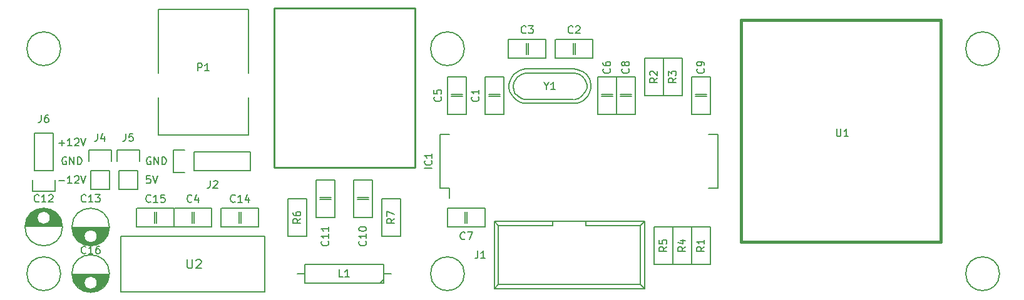
<source format=gto>
G04 #@! TF.FileFunction,Legend,Top*
%FSLAX46Y46*%
G04 Gerber Fmt 4.6, Leading zero omitted, Abs format (unit mm)*
G04 Created by KiCad (PCBNEW 4.0.1-stable) date 2016 February 17, Wednesday 21:26:15*
%MOMM*%
G01*
G04 APERTURE LIST*
%ADD10C,0.100000*%
%ADD11C,0.150000*%
%ADD12C,0.406400*%
%ADD13C,0.254000*%
%ADD14C,0.162560*%
G04 APERTURE END LIST*
D10*
D11*
X82058095Y-92781429D02*
X82820000Y-92781429D01*
X82439048Y-93162381D02*
X82439048Y-92400476D01*
X83820000Y-93162381D02*
X83248571Y-93162381D01*
X83534285Y-93162381D02*
X83534285Y-92162381D01*
X83439047Y-92305238D01*
X83343809Y-92400476D01*
X83248571Y-92448095D01*
X84200952Y-92257619D02*
X84248571Y-92210000D01*
X84343809Y-92162381D01*
X84581905Y-92162381D01*
X84677143Y-92210000D01*
X84724762Y-92257619D01*
X84772381Y-92352857D01*
X84772381Y-92448095D01*
X84724762Y-92590952D01*
X84153333Y-93162381D01*
X84772381Y-93162381D01*
X85058095Y-92162381D02*
X85391428Y-93162381D01*
X85724762Y-92162381D01*
X82058095Y-97861429D02*
X82820000Y-97861429D01*
X83820000Y-98242381D02*
X83248571Y-98242381D01*
X83534285Y-98242381D02*
X83534285Y-97242381D01*
X83439047Y-97385238D01*
X83343809Y-97480476D01*
X83248571Y-97528095D01*
X84200952Y-97337619D02*
X84248571Y-97290000D01*
X84343809Y-97242381D01*
X84581905Y-97242381D01*
X84677143Y-97290000D01*
X84724762Y-97337619D01*
X84772381Y-97432857D01*
X84772381Y-97528095D01*
X84724762Y-97670952D01*
X84153333Y-98242381D01*
X84772381Y-98242381D01*
X85058095Y-97242381D02*
X85391428Y-98242381D01*
X85724762Y-97242381D01*
X83058096Y-94750000D02*
X82962858Y-94702381D01*
X82820001Y-94702381D01*
X82677143Y-94750000D01*
X82581905Y-94845238D01*
X82534286Y-94940476D01*
X82486667Y-95130952D01*
X82486667Y-95273810D01*
X82534286Y-95464286D01*
X82581905Y-95559524D01*
X82677143Y-95654762D01*
X82820001Y-95702381D01*
X82915239Y-95702381D01*
X83058096Y-95654762D01*
X83105715Y-95607143D01*
X83105715Y-95273810D01*
X82915239Y-95273810D01*
X83534286Y-95702381D02*
X83534286Y-94702381D01*
X84105715Y-95702381D01*
X84105715Y-94702381D01*
X84581905Y-95702381D02*
X84581905Y-94702381D01*
X84820000Y-94702381D01*
X84962858Y-94750000D01*
X85058096Y-94845238D01*
X85105715Y-94940476D01*
X85153334Y-95130952D01*
X85153334Y-95273810D01*
X85105715Y-95464286D01*
X85058096Y-95559524D01*
X84962858Y-95654762D01*
X84820000Y-95702381D01*
X84581905Y-95702381D01*
X94424524Y-97242381D02*
X93948333Y-97242381D01*
X93900714Y-97718571D01*
X93948333Y-97670952D01*
X94043571Y-97623333D01*
X94281667Y-97623333D01*
X94376905Y-97670952D01*
X94424524Y-97718571D01*
X94472143Y-97813810D01*
X94472143Y-98051905D01*
X94424524Y-98147143D01*
X94376905Y-98194762D01*
X94281667Y-98242381D01*
X94043571Y-98242381D01*
X93948333Y-98194762D01*
X93900714Y-98147143D01*
X94757857Y-97242381D02*
X95091190Y-98242381D01*
X95424524Y-97242381D01*
X94488096Y-94750000D02*
X94392858Y-94702381D01*
X94250001Y-94702381D01*
X94107143Y-94750000D01*
X94011905Y-94845238D01*
X93964286Y-94940476D01*
X93916667Y-95130952D01*
X93916667Y-95273810D01*
X93964286Y-95464286D01*
X94011905Y-95559524D01*
X94107143Y-95654762D01*
X94250001Y-95702381D01*
X94345239Y-95702381D01*
X94488096Y-95654762D01*
X94535715Y-95607143D01*
X94535715Y-95273810D01*
X94345239Y-95273810D01*
X94964286Y-95702381D02*
X94964286Y-94702381D01*
X95535715Y-95702381D01*
X95535715Y-94702381D01*
X96011905Y-95702381D02*
X96011905Y-94702381D01*
X96250000Y-94702381D01*
X96392858Y-94750000D01*
X96488096Y-94845238D01*
X96535715Y-94940476D01*
X96583334Y-95130952D01*
X96583334Y-95273810D01*
X96535715Y-95464286D01*
X96488096Y-95559524D01*
X96392858Y-95654762D01*
X96250000Y-95702381D01*
X96011905Y-95702381D01*
X161290000Y-112500000D02*
X140970000Y-112500000D01*
X160750000Y-111950000D02*
X141530000Y-111950000D01*
X161290000Y-103400000D02*
X140970000Y-103400000D01*
X160750000Y-103950000D02*
X153380000Y-103950000D01*
X148880000Y-103950000D02*
X141530000Y-103950000D01*
X153380000Y-103950000D02*
X153380000Y-103400000D01*
X148880000Y-103950000D02*
X148880000Y-103400000D01*
X161290000Y-112500000D02*
X161290000Y-103400000D01*
X160750000Y-111950000D02*
X160750000Y-103950000D01*
X140970000Y-112500000D02*
X140970000Y-103400000D01*
X141530000Y-111950000D02*
X141530000Y-103950000D01*
X161290000Y-112500000D02*
X160750000Y-111950000D01*
X140970000Y-112500000D02*
X141530000Y-111950000D01*
X161290000Y-103400000D02*
X160750000Y-103950000D01*
X140970000Y-103400000D02*
X141530000Y-103950000D01*
X209296000Y-110490000D02*
G75*
G03X209296000Y-110490000I-2286000J0D01*
G01*
X209296000Y-80010000D02*
G75*
G03X209296000Y-80010000I-2286000J0D01*
G01*
X136906000Y-110490000D02*
G75*
G03X136906000Y-110490000I-2286000J0D01*
G01*
X136906000Y-80010000D02*
G75*
G03X136906000Y-80010000I-2286000J0D01*
G01*
X82296000Y-110490000D02*
G75*
G03X82296000Y-110490000I-2286000J0D01*
G01*
X167640000Y-109220000D02*
X167640000Y-104140000D01*
X167640000Y-104140000D02*
X170180000Y-104140000D01*
X170180000Y-104140000D02*
X170180000Y-109220000D01*
X170180000Y-109220000D02*
X167640000Y-109220000D01*
X163830000Y-81280000D02*
X163830000Y-86360000D01*
X163830000Y-86360000D02*
X161290000Y-86360000D01*
X161290000Y-86360000D02*
X161290000Y-81280000D01*
X161290000Y-81280000D02*
X163830000Y-81280000D01*
X163830000Y-86360000D02*
X163830000Y-81280000D01*
X163830000Y-81280000D02*
X166370000Y-81280000D01*
X166370000Y-81280000D02*
X166370000Y-86360000D01*
X166370000Y-86360000D02*
X163830000Y-86360000D01*
X165100000Y-109220000D02*
X165100000Y-104140000D01*
X165100000Y-104140000D02*
X167640000Y-104140000D01*
X167640000Y-104140000D02*
X167640000Y-109220000D01*
X167640000Y-109220000D02*
X165100000Y-109220000D01*
X165100000Y-104140000D02*
X165100000Y-109220000D01*
X165100000Y-109220000D02*
X162560000Y-109220000D01*
X162560000Y-109220000D02*
X162560000Y-104140000D01*
X162560000Y-104140000D02*
X165100000Y-104140000D01*
X115570000Y-100330000D02*
X115570000Y-105410000D01*
X115570000Y-105410000D02*
X113030000Y-105410000D01*
X113030000Y-105410000D02*
X113030000Y-100330000D01*
X113030000Y-100330000D02*
X115570000Y-100330000D01*
X128270000Y-100330000D02*
X128270000Y-105410000D01*
X128270000Y-105410000D02*
X125730000Y-105410000D01*
X125730000Y-105410000D02*
X125730000Y-100330000D01*
X125730000Y-100330000D02*
X128270000Y-100330000D01*
X107696000Y-83278980D02*
X107696000Y-74642980D01*
X107696000Y-91660980D02*
X107696000Y-86580980D01*
X95504000Y-83278980D02*
X95504000Y-74642980D01*
X95504000Y-91660980D02*
X95504000Y-86580980D01*
X95504000Y-74642980D02*
X107696000Y-74642980D01*
X107696000Y-91660980D02*
X95504000Y-91660980D01*
X133595000Y-98925000D02*
X134865000Y-98925000D01*
X133595000Y-91575000D02*
X134865000Y-91575000D01*
X171205000Y-91575000D02*
X169935000Y-91575000D01*
X171205000Y-98925000D02*
X169935000Y-98925000D01*
X133595000Y-98925000D02*
X133595000Y-91575000D01*
X171205000Y-98925000D02*
X171205000Y-91575000D01*
X134865000Y-98925000D02*
X134865000Y-100210000D01*
X127000000Y-110490000D02*
X125984000Y-110490000D01*
X114300000Y-110490000D02*
X115316000Y-110490000D01*
X115316000Y-111760000D02*
X115316000Y-109220000D01*
X115316000Y-109220000D02*
X125984000Y-109220000D01*
X125984000Y-109220000D02*
X125984000Y-111760000D01*
X125984000Y-111760000D02*
X115316000Y-111760000D01*
X125984000Y-111252000D02*
X125476000Y-111760000D01*
D12*
X201345800Y-106159300D02*
X174350680Y-106159300D01*
X174350680Y-106159300D02*
X174350680Y-76161900D01*
X174350680Y-76161900D02*
X201345800Y-76161900D01*
X201345800Y-76161900D02*
X201345800Y-106159300D01*
D11*
X100330000Y-96520000D02*
X107950000Y-96520000D01*
X100330000Y-93980000D02*
X107950000Y-93980000D01*
X97510000Y-93700000D02*
X99060000Y-93700000D01*
X107950000Y-96520000D02*
X107950000Y-93980000D01*
X100330000Y-93980000D02*
X100330000Y-96520000D01*
X99060000Y-96800000D02*
X97510000Y-96800000D01*
X97510000Y-96800000D02*
X97510000Y-93700000D01*
X143791940Y-86090760D02*
X143591280Y-85689440D01*
X143591280Y-85689440D02*
X143489680Y-85090000D01*
X143489680Y-85090000D02*
X143591280Y-84589620D01*
X143591280Y-84589620D02*
X143990060Y-83891120D01*
X143990060Y-83891120D02*
X144592040Y-83489800D01*
X144592040Y-83489800D02*
X145191480Y-83289140D01*
X145191480Y-83289140D02*
X151790400Y-83289140D01*
X151790400Y-83289140D02*
X152491440Y-83489800D01*
X152491440Y-83489800D02*
X152890220Y-83789520D01*
X152890220Y-83789520D02*
X153291540Y-84289900D01*
X153291540Y-84289900D02*
X153492200Y-84889340D01*
X153492200Y-84889340D02*
X153492200Y-85389720D01*
X153492200Y-85389720D02*
X153291540Y-85890100D01*
X153291540Y-85890100D02*
X152791160Y-86489540D01*
X152791160Y-86489540D02*
X152290780Y-86789260D01*
X152290780Y-86789260D02*
X151790400Y-86890860D01*
X151691340Y-86890860D02*
X145089880Y-86890860D01*
X145089880Y-86890860D02*
X144691100Y-86789260D01*
X144691100Y-86789260D02*
X144190720Y-86489540D01*
X144190720Y-86489540D02*
X143690340Y-85989160D01*
X151681180Y-87419180D02*
X152140920Y-87370920D01*
X152140920Y-87370920D02*
X152539700Y-87259160D01*
X152539700Y-87259160D02*
X152971500Y-87040720D01*
X152971500Y-87040720D02*
X153261060Y-86809580D01*
X153261060Y-86809580D02*
X153591260Y-86459060D01*
X153591260Y-86459060D02*
X153880820Y-85920580D01*
X153880820Y-85920580D02*
X154010360Y-85321140D01*
X154010360Y-85321140D02*
X154010360Y-84810600D01*
X154010360Y-84810600D02*
X153840180Y-84109560D01*
X153840180Y-84109560D02*
X153441400Y-83520280D01*
X153441400Y-83520280D02*
X152981660Y-83149440D01*
X152981660Y-83149440D02*
X152560020Y-82941160D01*
X152560020Y-82941160D02*
X152110440Y-82781140D01*
X152110440Y-82781140D02*
X151671020Y-82750660D01*
X144330420Y-82969100D02*
X143951960Y-83190080D01*
X143951960Y-83190080D02*
X143631920Y-83469480D01*
X143631920Y-83469480D02*
X143380460Y-83799680D01*
X143380460Y-83799680D02*
X143080740Y-84350860D01*
X143080740Y-84350860D02*
X142971520Y-84820760D01*
X142971520Y-84820760D02*
X142951200Y-85280500D01*
X142951200Y-85280500D02*
X143040100Y-85740240D01*
X143040100Y-85740240D02*
X143230600Y-86189820D01*
X143230600Y-86189820D02*
X143591280Y-86659720D01*
X143591280Y-86659720D02*
X143941800Y-86979760D01*
X143941800Y-86979760D02*
X144330420Y-87210900D01*
X144330420Y-87210900D02*
X144759680Y-87350600D01*
X144759680Y-87350600D02*
X145201640Y-87419180D01*
X151691340Y-82760820D02*
X145239740Y-82760820D01*
X145239740Y-82760820D02*
X144820640Y-82798920D01*
X144820640Y-82798920D02*
X144330420Y-82969100D01*
X151691340Y-87419180D02*
X145239740Y-87419180D01*
X82296000Y-80010000D02*
G75*
G03X82296000Y-80010000I-2286000J0D01*
G01*
X122428000Y-100457000D02*
X123952000Y-100457000D01*
X123952000Y-100203000D02*
X122428000Y-100203000D01*
X124460000Y-97840800D02*
X124460000Y-102870000D01*
X124460000Y-102870000D02*
X121920000Y-102870000D01*
X121920000Y-102870000D02*
X121920000Y-97790000D01*
X121920000Y-97790000D02*
X124460000Y-97790000D01*
X117348000Y-100457000D02*
X118872000Y-100457000D01*
X118872000Y-100203000D02*
X117348000Y-100203000D01*
X119380000Y-97840800D02*
X119380000Y-102870000D01*
X119380000Y-102870000D02*
X116840000Y-102870000D01*
X116840000Y-102870000D02*
X116840000Y-97790000D01*
X116840000Y-97790000D02*
X119380000Y-97790000D01*
X145288000Y-79248000D02*
X145288000Y-80772000D01*
X145542000Y-80772000D02*
X145542000Y-79248000D01*
X147904200Y-81280000D02*
X142875000Y-81280000D01*
X142875000Y-81280000D02*
X142875000Y-78740000D01*
X142875000Y-78740000D02*
X147955000Y-78740000D01*
X147955000Y-78740000D02*
X147955000Y-81280000D01*
X151892000Y-80772000D02*
X151892000Y-79248000D01*
X151638000Y-79248000D02*
X151638000Y-80772000D01*
X149275800Y-78740000D02*
X154305000Y-78740000D01*
X154305000Y-78740000D02*
X154305000Y-81280000D01*
X154305000Y-81280000D02*
X149225000Y-81280000D01*
X149225000Y-81280000D02*
X149225000Y-78740000D01*
X136652000Y-86233000D02*
X135128000Y-86233000D01*
X135128000Y-86487000D02*
X136652000Y-86487000D01*
X134620000Y-88849200D02*
X134620000Y-83820000D01*
X134620000Y-83820000D02*
X137160000Y-83820000D01*
X137160000Y-83820000D02*
X137160000Y-88900000D01*
X137160000Y-88900000D02*
X134620000Y-88900000D01*
X140208000Y-86487000D02*
X141732000Y-86487000D01*
X141732000Y-86233000D02*
X140208000Y-86233000D01*
X142240000Y-83870800D02*
X142240000Y-88900000D01*
X142240000Y-88900000D02*
X139700000Y-88900000D01*
X139700000Y-88900000D02*
X139700000Y-83820000D01*
X139700000Y-83820000D02*
X142240000Y-83820000D01*
X155448000Y-86487000D02*
X156972000Y-86487000D01*
X156972000Y-86233000D02*
X155448000Y-86233000D01*
X157480000Y-83870800D02*
X157480000Y-88900000D01*
X157480000Y-88900000D02*
X154940000Y-88900000D01*
X154940000Y-88900000D02*
X154940000Y-83820000D01*
X154940000Y-83820000D02*
X157480000Y-83820000D01*
X157988000Y-86487000D02*
X159512000Y-86487000D01*
X159512000Y-86233000D02*
X157988000Y-86233000D01*
X160020000Y-83870800D02*
X160020000Y-88900000D01*
X160020000Y-88900000D02*
X157480000Y-88900000D01*
X157480000Y-88900000D02*
X157480000Y-83820000D01*
X157480000Y-83820000D02*
X160020000Y-83820000D01*
X168148000Y-86487000D02*
X169672000Y-86487000D01*
X169672000Y-86233000D02*
X168148000Y-86233000D01*
X170180000Y-83870800D02*
X170180000Y-88900000D01*
X170180000Y-88900000D02*
X167640000Y-88900000D01*
X167640000Y-88900000D02*
X167640000Y-83820000D01*
X167640000Y-83820000D02*
X170180000Y-83820000D01*
X137287000Y-103632000D02*
X137287000Y-102108000D01*
X137033000Y-102108000D02*
X137033000Y-103632000D01*
X134670800Y-101600000D02*
X139700000Y-101600000D01*
X139700000Y-101600000D02*
X139700000Y-104140000D01*
X139700000Y-104140000D02*
X134620000Y-104140000D01*
X134620000Y-104140000D02*
X134620000Y-101600000D01*
X90440000Y-105410000D02*
X109940000Y-105410000D01*
X90440000Y-112910000D02*
X90440000Y-105410000D01*
X109940000Y-112910000D02*
X90440000Y-112910000D01*
X109940000Y-105410000D02*
X109940000Y-112910000D01*
X100333265Y-103660491D02*
X100333265Y-102136491D01*
X100079265Y-102136491D02*
X100079265Y-103660491D01*
X97717065Y-101628491D02*
X102746265Y-101628491D01*
X102746265Y-101628491D02*
X102746265Y-104168491D01*
X102746265Y-104168491D02*
X97666265Y-104168491D01*
X97666265Y-104168491D02*
X97666265Y-101628491D01*
X77511000Y-104085000D02*
X82509000Y-104085000D01*
X77519000Y-103945000D02*
X82501000Y-103945000D01*
X77535000Y-103805000D02*
X79915000Y-103805000D01*
X80105000Y-103805000D02*
X82485000Y-103805000D01*
X77559000Y-103665000D02*
X79520000Y-103665000D01*
X80500000Y-103665000D02*
X82461000Y-103665000D01*
X77592000Y-103525000D02*
X79353000Y-103525000D01*
X80667000Y-103525000D02*
X82428000Y-103525000D01*
X77633000Y-103385000D02*
X79246000Y-103385000D01*
X80774000Y-103385000D02*
X82387000Y-103385000D01*
X77683000Y-103245000D02*
X79175000Y-103245000D01*
X80845000Y-103245000D02*
X82337000Y-103245000D01*
X77744000Y-103105000D02*
X79131000Y-103105000D01*
X80889000Y-103105000D02*
X82276000Y-103105000D01*
X77814000Y-102965000D02*
X79112000Y-102965000D01*
X80908000Y-102965000D02*
X82206000Y-102965000D01*
X77896000Y-102825000D02*
X79114000Y-102825000D01*
X80906000Y-102825000D02*
X82124000Y-102825000D01*
X77991000Y-102685000D02*
X79139000Y-102685000D01*
X80881000Y-102685000D02*
X82029000Y-102685000D01*
X78102000Y-102545000D02*
X79187000Y-102545000D01*
X80833000Y-102545000D02*
X81918000Y-102545000D01*
X78230000Y-102405000D02*
X79265000Y-102405000D01*
X80755000Y-102405000D02*
X81790000Y-102405000D01*
X78379000Y-102265000D02*
X79382000Y-102265000D01*
X80638000Y-102265000D02*
X81641000Y-102265000D01*
X78558000Y-102125000D02*
X79570000Y-102125000D01*
X80450000Y-102125000D02*
X81462000Y-102125000D01*
X78777000Y-101985000D02*
X81243000Y-101985000D01*
X79066000Y-101845000D02*
X80954000Y-101845000D01*
X79538000Y-101705000D02*
X80482000Y-101705000D01*
X80910000Y-102910000D02*
G75*
G03X80910000Y-102910000I-900000J0D01*
G01*
X82547500Y-104160000D02*
G75*
G03X82547500Y-104160000I-2537500J0D01*
G01*
X88859000Y-104235000D02*
X83861000Y-104235000D01*
X88851000Y-104375000D02*
X83869000Y-104375000D01*
X88835000Y-104515000D02*
X86455000Y-104515000D01*
X86265000Y-104515000D02*
X83885000Y-104515000D01*
X88811000Y-104655000D02*
X86850000Y-104655000D01*
X85870000Y-104655000D02*
X83909000Y-104655000D01*
X88778000Y-104795000D02*
X87017000Y-104795000D01*
X85703000Y-104795000D02*
X83942000Y-104795000D01*
X88737000Y-104935000D02*
X87124000Y-104935000D01*
X85596000Y-104935000D02*
X83983000Y-104935000D01*
X88687000Y-105075000D02*
X87195000Y-105075000D01*
X85525000Y-105075000D02*
X84033000Y-105075000D01*
X88626000Y-105215000D02*
X87239000Y-105215000D01*
X85481000Y-105215000D02*
X84094000Y-105215000D01*
X88556000Y-105355000D02*
X87258000Y-105355000D01*
X85462000Y-105355000D02*
X84164000Y-105355000D01*
X88474000Y-105495000D02*
X87256000Y-105495000D01*
X85464000Y-105495000D02*
X84246000Y-105495000D01*
X88379000Y-105635000D02*
X87231000Y-105635000D01*
X85489000Y-105635000D02*
X84341000Y-105635000D01*
X88268000Y-105775000D02*
X87183000Y-105775000D01*
X85537000Y-105775000D02*
X84452000Y-105775000D01*
X88140000Y-105915000D02*
X87105000Y-105915000D01*
X85615000Y-105915000D02*
X84580000Y-105915000D01*
X87991000Y-106055000D02*
X86988000Y-106055000D01*
X85732000Y-106055000D02*
X84729000Y-106055000D01*
X87812000Y-106195000D02*
X86800000Y-106195000D01*
X85920000Y-106195000D02*
X84908000Y-106195000D01*
X87593000Y-106335000D02*
X85127000Y-106335000D01*
X87304000Y-106475000D02*
X85416000Y-106475000D01*
X86832000Y-106615000D02*
X85888000Y-106615000D01*
X87260000Y-105410000D02*
G75*
G03X87260000Y-105410000I-900000J0D01*
G01*
X88897500Y-104160000D02*
G75*
G03X88897500Y-104160000I-2537500J0D01*
G01*
X106683265Y-103660491D02*
X106683265Y-102136491D01*
X106429265Y-102136491D02*
X106429265Y-103660491D01*
X104067065Y-101628491D02*
X109096265Y-101628491D01*
X109096265Y-101628491D02*
X109096265Y-104168491D01*
X109096265Y-104168491D02*
X104016265Y-104168491D01*
X104016265Y-104168491D02*
X104016265Y-101628491D01*
X95253265Y-103660491D02*
X95253265Y-102136491D01*
X94999265Y-102136491D02*
X94999265Y-103660491D01*
X92637065Y-101628491D02*
X97666265Y-101628491D01*
X97666265Y-101628491D02*
X97666265Y-104168491D01*
X97666265Y-104168491D02*
X92586265Y-104168491D01*
X92586265Y-104168491D02*
X92586265Y-101628491D01*
X88859000Y-110545000D02*
X83861000Y-110545000D01*
X88851000Y-110685000D02*
X83869000Y-110685000D01*
X88835000Y-110825000D02*
X86455000Y-110825000D01*
X86265000Y-110825000D02*
X83885000Y-110825000D01*
X88811000Y-110965000D02*
X86850000Y-110965000D01*
X85870000Y-110965000D02*
X83909000Y-110965000D01*
X88778000Y-111105000D02*
X87017000Y-111105000D01*
X85703000Y-111105000D02*
X83942000Y-111105000D01*
X88737000Y-111245000D02*
X87124000Y-111245000D01*
X85596000Y-111245000D02*
X83983000Y-111245000D01*
X88687000Y-111385000D02*
X87195000Y-111385000D01*
X85525000Y-111385000D02*
X84033000Y-111385000D01*
X88626000Y-111525000D02*
X87239000Y-111525000D01*
X85481000Y-111525000D02*
X84094000Y-111525000D01*
X88556000Y-111665000D02*
X87258000Y-111665000D01*
X85462000Y-111665000D02*
X84164000Y-111665000D01*
X88474000Y-111805000D02*
X87256000Y-111805000D01*
X85464000Y-111805000D02*
X84246000Y-111805000D01*
X88379000Y-111945000D02*
X87231000Y-111945000D01*
X85489000Y-111945000D02*
X84341000Y-111945000D01*
X88268000Y-112085000D02*
X87183000Y-112085000D01*
X85537000Y-112085000D02*
X84452000Y-112085000D01*
X88140000Y-112225000D02*
X87105000Y-112225000D01*
X85615000Y-112225000D02*
X84580000Y-112225000D01*
X87991000Y-112365000D02*
X86988000Y-112365000D01*
X85732000Y-112365000D02*
X84729000Y-112365000D01*
X87812000Y-112505000D02*
X86800000Y-112505000D01*
X85920000Y-112505000D02*
X84908000Y-112505000D01*
X87593000Y-112645000D02*
X85127000Y-112645000D01*
X87304000Y-112785000D02*
X85416000Y-112785000D01*
X86832000Y-112925000D02*
X85888000Y-112925000D01*
X87260000Y-111720000D02*
G75*
G03X87260000Y-111720000I-900000J0D01*
G01*
X88897500Y-110470000D02*
G75*
G03X88897500Y-110470000I-2537500J0D01*
G01*
X88900000Y-96520000D02*
X88900000Y-99060000D01*
X89180000Y-93700000D02*
X89180000Y-95250000D01*
X88900000Y-96520000D02*
X86360000Y-96520000D01*
X86080000Y-95250000D02*
X86080000Y-93700000D01*
X86080000Y-93700000D02*
X89180000Y-93700000D01*
X86360000Y-96520000D02*
X86360000Y-99060000D01*
X86360000Y-99060000D02*
X88900000Y-99060000D01*
X92710000Y-96520000D02*
X92710000Y-99060000D01*
X92990000Y-93700000D02*
X92990000Y-95250000D01*
X92710000Y-96520000D02*
X90170000Y-96520000D01*
X89890000Y-95250000D02*
X89890000Y-93700000D01*
X89890000Y-93700000D02*
X92990000Y-93700000D01*
X90170000Y-96520000D02*
X90170000Y-99060000D01*
X90170000Y-99060000D02*
X92710000Y-99060000D01*
X81280000Y-96520000D02*
X81280000Y-91440000D01*
X81280000Y-91440000D02*
X78740000Y-91440000D01*
X78740000Y-91440000D02*
X78740000Y-96520000D01*
X78460000Y-99340000D02*
X78460000Y-97790000D01*
X78740000Y-96520000D02*
X81280000Y-96520000D01*
X81560000Y-97790000D02*
X81560000Y-99340000D01*
X81560000Y-99340000D02*
X78460000Y-99340000D01*
D13*
X111150400Y-74498200D02*
X130200400Y-74498200D01*
X130200400Y-74498200D02*
X130200400Y-96088200D01*
X130200400Y-96088200D02*
X111150400Y-96088200D01*
X111150400Y-96088200D02*
X111150400Y-74498200D01*
D11*
X138731667Y-107402381D02*
X138731667Y-108116667D01*
X138684047Y-108259524D01*
X138588809Y-108354762D01*
X138445952Y-108402381D01*
X138350714Y-108402381D01*
X139731667Y-108402381D02*
X139160238Y-108402381D01*
X139445952Y-108402381D02*
X139445952Y-107402381D01*
X139350714Y-107545238D01*
X139255476Y-107640476D01*
X139160238Y-107688095D01*
X169362381Y-106846666D02*
X168886190Y-107180000D01*
X169362381Y-107418095D02*
X168362381Y-107418095D01*
X168362381Y-107037142D01*
X168410000Y-106941904D01*
X168457619Y-106894285D01*
X168552857Y-106846666D01*
X168695714Y-106846666D01*
X168790952Y-106894285D01*
X168838571Y-106941904D01*
X168886190Y-107037142D01*
X168886190Y-107418095D01*
X169362381Y-105894285D02*
X169362381Y-106465714D01*
X169362381Y-106180000D02*
X168362381Y-106180000D01*
X168505238Y-106275238D01*
X168600476Y-106370476D01*
X168648095Y-106465714D01*
X163012381Y-83986666D02*
X162536190Y-84320000D01*
X163012381Y-84558095D02*
X162012381Y-84558095D01*
X162012381Y-84177142D01*
X162060000Y-84081904D01*
X162107619Y-84034285D01*
X162202857Y-83986666D01*
X162345714Y-83986666D01*
X162440952Y-84034285D01*
X162488571Y-84081904D01*
X162536190Y-84177142D01*
X162536190Y-84558095D01*
X162107619Y-83605714D02*
X162060000Y-83558095D01*
X162012381Y-83462857D01*
X162012381Y-83224761D01*
X162060000Y-83129523D01*
X162107619Y-83081904D01*
X162202857Y-83034285D01*
X162298095Y-83034285D01*
X162440952Y-83081904D01*
X163012381Y-83653333D01*
X163012381Y-83034285D01*
X165552381Y-83986666D02*
X165076190Y-84320000D01*
X165552381Y-84558095D02*
X164552381Y-84558095D01*
X164552381Y-84177142D01*
X164600000Y-84081904D01*
X164647619Y-84034285D01*
X164742857Y-83986666D01*
X164885714Y-83986666D01*
X164980952Y-84034285D01*
X165028571Y-84081904D01*
X165076190Y-84177142D01*
X165076190Y-84558095D01*
X164552381Y-83653333D02*
X164552381Y-83034285D01*
X164933333Y-83367619D01*
X164933333Y-83224761D01*
X164980952Y-83129523D01*
X165028571Y-83081904D01*
X165123810Y-83034285D01*
X165361905Y-83034285D01*
X165457143Y-83081904D01*
X165504762Y-83129523D01*
X165552381Y-83224761D01*
X165552381Y-83510476D01*
X165504762Y-83605714D01*
X165457143Y-83653333D01*
X166822381Y-106846666D02*
X166346190Y-107180000D01*
X166822381Y-107418095D02*
X165822381Y-107418095D01*
X165822381Y-107037142D01*
X165870000Y-106941904D01*
X165917619Y-106894285D01*
X166012857Y-106846666D01*
X166155714Y-106846666D01*
X166250952Y-106894285D01*
X166298571Y-106941904D01*
X166346190Y-107037142D01*
X166346190Y-107418095D01*
X166155714Y-105989523D02*
X166822381Y-105989523D01*
X165774762Y-106227619D02*
X166489048Y-106465714D01*
X166489048Y-105846666D01*
X164282381Y-106846666D02*
X163806190Y-107180000D01*
X164282381Y-107418095D02*
X163282381Y-107418095D01*
X163282381Y-107037142D01*
X163330000Y-106941904D01*
X163377619Y-106894285D01*
X163472857Y-106846666D01*
X163615714Y-106846666D01*
X163710952Y-106894285D01*
X163758571Y-106941904D01*
X163806190Y-107037142D01*
X163806190Y-107418095D01*
X163282381Y-105941904D02*
X163282381Y-106418095D01*
X163758571Y-106465714D01*
X163710952Y-106418095D01*
X163663333Y-106322857D01*
X163663333Y-106084761D01*
X163710952Y-105989523D01*
X163758571Y-105941904D01*
X163853810Y-105894285D01*
X164091905Y-105894285D01*
X164187143Y-105941904D01*
X164234762Y-105989523D01*
X164282381Y-106084761D01*
X164282381Y-106322857D01*
X164234762Y-106418095D01*
X164187143Y-106465714D01*
X114752381Y-103036666D02*
X114276190Y-103370000D01*
X114752381Y-103608095D02*
X113752381Y-103608095D01*
X113752381Y-103227142D01*
X113800000Y-103131904D01*
X113847619Y-103084285D01*
X113942857Y-103036666D01*
X114085714Y-103036666D01*
X114180952Y-103084285D01*
X114228571Y-103131904D01*
X114276190Y-103227142D01*
X114276190Y-103608095D01*
X113752381Y-102179523D02*
X113752381Y-102370000D01*
X113800000Y-102465238D01*
X113847619Y-102512857D01*
X113990476Y-102608095D01*
X114180952Y-102655714D01*
X114561905Y-102655714D01*
X114657143Y-102608095D01*
X114704762Y-102560476D01*
X114752381Y-102465238D01*
X114752381Y-102274761D01*
X114704762Y-102179523D01*
X114657143Y-102131904D01*
X114561905Y-102084285D01*
X114323810Y-102084285D01*
X114228571Y-102131904D01*
X114180952Y-102179523D01*
X114133333Y-102274761D01*
X114133333Y-102465238D01*
X114180952Y-102560476D01*
X114228571Y-102608095D01*
X114323810Y-102655714D01*
X127452381Y-103036666D02*
X126976190Y-103370000D01*
X127452381Y-103608095D02*
X126452381Y-103608095D01*
X126452381Y-103227142D01*
X126500000Y-103131904D01*
X126547619Y-103084285D01*
X126642857Y-103036666D01*
X126785714Y-103036666D01*
X126880952Y-103084285D01*
X126928571Y-103131904D01*
X126976190Y-103227142D01*
X126976190Y-103608095D01*
X126452381Y-102703333D02*
X126452381Y-102036666D01*
X127452381Y-102465238D01*
X100861905Y-83002381D02*
X100861905Y-82002381D01*
X101242858Y-82002381D01*
X101338096Y-82050000D01*
X101385715Y-82097619D01*
X101433334Y-82192857D01*
X101433334Y-82335714D01*
X101385715Y-82430952D01*
X101338096Y-82478571D01*
X101242858Y-82526190D01*
X100861905Y-82526190D01*
X102385715Y-83002381D02*
X101814286Y-83002381D01*
X102100000Y-83002381D02*
X102100000Y-82002381D01*
X102004762Y-82145238D01*
X101909524Y-82240476D01*
X101814286Y-82288095D01*
X132532381Y-96226190D02*
X131532381Y-96226190D01*
X132437143Y-95178571D02*
X132484762Y-95226190D01*
X132532381Y-95369047D01*
X132532381Y-95464285D01*
X132484762Y-95607143D01*
X132389524Y-95702381D01*
X132294286Y-95750000D01*
X132103810Y-95797619D01*
X131960952Y-95797619D01*
X131770476Y-95750000D01*
X131675238Y-95702381D01*
X131580000Y-95607143D01*
X131532381Y-95464285D01*
X131532381Y-95369047D01*
X131580000Y-95226190D01*
X131627619Y-95178571D01*
X132532381Y-94226190D02*
X132532381Y-94797619D01*
X132532381Y-94511905D02*
X131532381Y-94511905D01*
X131675238Y-94607143D01*
X131770476Y-94702381D01*
X131818095Y-94797619D01*
X120483334Y-110942381D02*
X120007143Y-110942381D01*
X120007143Y-109942381D01*
X121340477Y-110942381D02*
X120769048Y-110942381D01*
X121054762Y-110942381D02*
X121054762Y-109942381D01*
X120959524Y-110085238D01*
X120864286Y-110180476D01*
X120769048Y-110228095D01*
D14*
X187264645Y-90883619D02*
X187264645Y-91706095D01*
X187313026Y-91802857D01*
X187361407Y-91851238D01*
X187458169Y-91899619D01*
X187651692Y-91899619D01*
X187748454Y-91851238D01*
X187796835Y-91802857D01*
X187845216Y-91706095D01*
X187845216Y-90883619D01*
X188861216Y-91899619D02*
X188280645Y-91899619D01*
X188570931Y-91899619D02*
X188570931Y-90883619D01*
X188474169Y-91028762D01*
X188377407Y-91125524D01*
X188280645Y-91173905D01*
D11*
X102536667Y-97877381D02*
X102536667Y-98591667D01*
X102489047Y-98734524D01*
X102393809Y-98829762D01*
X102250952Y-98877381D01*
X102155714Y-98877381D01*
X102965238Y-97972619D02*
X103012857Y-97925000D01*
X103108095Y-97877381D01*
X103346191Y-97877381D01*
X103441429Y-97925000D01*
X103489048Y-97972619D01*
X103536667Y-98067857D01*
X103536667Y-98163095D01*
X103489048Y-98305952D01*
X102917619Y-98877381D01*
X103536667Y-98877381D01*
X148014749Y-85066190D02*
X148014749Y-85542381D01*
X147681416Y-84542381D02*
X148014749Y-85066190D01*
X148348083Y-84542381D01*
X149205226Y-85542381D02*
X148633797Y-85542381D01*
X148919511Y-85542381D02*
X148919511Y-84542381D01*
X148824273Y-84685238D01*
X148729035Y-84780476D01*
X148633797Y-84828095D01*
X123552857Y-106063143D02*
X123601238Y-106111524D01*
X123649619Y-106256667D01*
X123649619Y-106353429D01*
X123601238Y-106498571D01*
X123504476Y-106595333D01*
X123407714Y-106643714D01*
X123214190Y-106692095D01*
X123069048Y-106692095D01*
X122875524Y-106643714D01*
X122778762Y-106595333D01*
X122682000Y-106498571D01*
X122633619Y-106353429D01*
X122633619Y-106256667D01*
X122682000Y-106111524D01*
X122730381Y-106063143D01*
X123649619Y-105095524D02*
X123649619Y-105676095D01*
X123649619Y-105385809D02*
X122633619Y-105385809D01*
X122778762Y-105482571D01*
X122875524Y-105579333D01*
X122923905Y-105676095D01*
X122633619Y-104466571D02*
X122633619Y-104369810D01*
X122682000Y-104273048D01*
X122730381Y-104224667D01*
X122827143Y-104176286D01*
X123020667Y-104127905D01*
X123262571Y-104127905D01*
X123456095Y-104176286D01*
X123552857Y-104224667D01*
X123601238Y-104273048D01*
X123649619Y-104369810D01*
X123649619Y-104466571D01*
X123601238Y-104563333D01*
X123552857Y-104611714D01*
X123456095Y-104660095D01*
X123262571Y-104708476D01*
X123020667Y-104708476D01*
X122827143Y-104660095D01*
X122730381Y-104611714D01*
X122682000Y-104563333D01*
X122633619Y-104466571D01*
X118472857Y-106063143D02*
X118521238Y-106111524D01*
X118569619Y-106256667D01*
X118569619Y-106353429D01*
X118521238Y-106498571D01*
X118424476Y-106595333D01*
X118327714Y-106643714D01*
X118134190Y-106692095D01*
X117989048Y-106692095D01*
X117795524Y-106643714D01*
X117698762Y-106595333D01*
X117602000Y-106498571D01*
X117553619Y-106353429D01*
X117553619Y-106256667D01*
X117602000Y-106111524D01*
X117650381Y-106063143D01*
X118569619Y-105095524D02*
X118569619Y-105676095D01*
X118569619Y-105385809D02*
X117553619Y-105385809D01*
X117698762Y-105482571D01*
X117795524Y-105579333D01*
X117843905Y-105676095D01*
X118569619Y-104127905D02*
X118569619Y-104708476D01*
X118569619Y-104418190D02*
X117553619Y-104418190D01*
X117698762Y-104514952D01*
X117795524Y-104611714D01*
X117843905Y-104708476D01*
X145245667Y-77832857D02*
X145197286Y-77881238D01*
X145052143Y-77929619D01*
X144955381Y-77929619D01*
X144810239Y-77881238D01*
X144713477Y-77784476D01*
X144665096Y-77687714D01*
X144616715Y-77494190D01*
X144616715Y-77349048D01*
X144665096Y-77155524D01*
X144713477Y-77058762D01*
X144810239Y-76962000D01*
X144955381Y-76913619D01*
X145052143Y-76913619D01*
X145197286Y-76962000D01*
X145245667Y-77010381D01*
X145584334Y-76913619D02*
X146213286Y-76913619D01*
X145874620Y-77300667D01*
X146019762Y-77300667D01*
X146116524Y-77349048D01*
X146164905Y-77397429D01*
X146213286Y-77494190D01*
X146213286Y-77736095D01*
X146164905Y-77832857D01*
X146116524Y-77881238D01*
X146019762Y-77929619D01*
X145729477Y-77929619D01*
X145632715Y-77881238D01*
X145584334Y-77832857D01*
X151595667Y-77832857D02*
X151547286Y-77881238D01*
X151402143Y-77929619D01*
X151305381Y-77929619D01*
X151160239Y-77881238D01*
X151063477Y-77784476D01*
X151015096Y-77687714D01*
X150966715Y-77494190D01*
X150966715Y-77349048D01*
X151015096Y-77155524D01*
X151063477Y-77058762D01*
X151160239Y-76962000D01*
X151305381Y-76913619D01*
X151402143Y-76913619D01*
X151547286Y-76962000D01*
X151595667Y-77010381D01*
X151982715Y-77010381D02*
X152031096Y-76962000D01*
X152127858Y-76913619D01*
X152369762Y-76913619D01*
X152466524Y-76962000D01*
X152514905Y-77010381D01*
X152563286Y-77107143D01*
X152563286Y-77203905D01*
X152514905Y-77349048D01*
X151934334Y-77929619D01*
X152563286Y-77929619D01*
X133712857Y-86529333D02*
X133761238Y-86577714D01*
X133809619Y-86722857D01*
X133809619Y-86819619D01*
X133761238Y-86964761D01*
X133664476Y-87061523D01*
X133567714Y-87109904D01*
X133374190Y-87158285D01*
X133229048Y-87158285D01*
X133035524Y-87109904D01*
X132938762Y-87061523D01*
X132842000Y-86964761D01*
X132793619Y-86819619D01*
X132793619Y-86722857D01*
X132842000Y-86577714D01*
X132890381Y-86529333D01*
X132793619Y-85610095D02*
X132793619Y-86093904D01*
X133277429Y-86142285D01*
X133229048Y-86093904D01*
X133180667Y-85997142D01*
X133180667Y-85755238D01*
X133229048Y-85658476D01*
X133277429Y-85610095D01*
X133374190Y-85561714D01*
X133616095Y-85561714D01*
X133712857Y-85610095D01*
X133761238Y-85658476D01*
X133809619Y-85755238D01*
X133809619Y-85997142D01*
X133761238Y-86093904D01*
X133712857Y-86142285D01*
X138792857Y-86529333D02*
X138841238Y-86577714D01*
X138889619Y-86722857D01*
X138889619Y-86819619D01*
X138841238Y-86964761D01*
X138744476Y-87061523D01*
X138647714Y-87109904D01*
X138454190Y-87158285D01*
X138309048Y-87158285D01*
X138115524Y-87109904D01*
X138018762Y-87061523D01*
X137922000Y-86964761D01*
X137873619Y-86819619D01*
X137873619Y-86722857D01*
X137922000Y-86577714D01*
X137970381Y-86529333D01*
X138889619Y-85561714D02*
X138889619Y-86142285D01*
X138889619Y-85851999D02*
X137873619Y-85851999D01*
X138018762Y-85948761D01*
X138115524Y-86045523D01*
X138163905Y-86142285D01*
X156572857Y-82719333D02*
X156621238Y-82767714D01*
X156669619Y-82912857D01*
X156669619Y-83009619D01*
X156621238Y-83154761D01*
X156524476Y-83251523D01*
X156427714Y-83299904D01*
X156234190Y-83348285D01*
X156089048Y-83348285D01*
X155895524Y-83299904D01*
X155798762Y-83251523D01*
X155702000Y-83154761D01*
X155653619Y-83009619D01*
X155653619Y-82912857D01*
X155702000Y-82767714D01*
X155750381Y-82719333D01*
X155653619Y-81848476D02*
X155653619Y-82041999D01*
X155702000Y-82138761D01*
X155750381Y-82187142D01*
X155895524Y-82283904D01*
X156089048Y-82332285D01*
X156476095Y-82332285D01*
X156572857Y-82283904D01*
X156621238Y-82235523D01*
X156669619Y-82138761D01*
X156669619Y-81945238D01*
X156621238Y-81848476D01*
X156572857Y-81800095D01*
X156476095Y-81751714D01*
X156234190Y-81751714D01*
X156137429Y-81800095D01*
X156089048Y-81848476D01*
X156040667Y-81945238D01*
X156040667Y-82138761D01*
X156089048Y-82235523D01*
X156137429Y-82283904D01*
X156234190Y-82332285D01*
X159112857Y-82719333D02*
X159161238Y-82767714D01*
X159209619Y-82912857D01*
X159209619Y-83009619D01*
X159161238Y-83154761D01*
X159064476Y-83251523D01*
X158967714Y-83299904D01*
X158774190Y-83348285D01*
X158629048Y-83348285D01*
X158435524Y-83299904D01*
X158338762Y-83251523D01*
X158242000Y-83154761D01*
X158193619Y-83009619D01*
X158193619Y-82912857D01*
X158242000Y-82767714D01*
X158290381Y-82719333D01*
X158629048Y-82138761D02*
X158580667Y-82235523D01*
X158532286Y-82283904D01*
X158435524Y-82332285D01*
X158387143Y-82332285D01*
X158290381Y-82283904D01*
X158242000Y-82235523D01*
X158193619Y-82138761D01*
X158193619Y-81945238D01*
X158242000Y-81848476D01*
X158290381Y-81800095D01*
X158387143Y-81751714D01*
X158435524Y-81751714D01*
X158532286Y-81800095D01*
X158580667Y-81848476D01*
X158629048Y-81945238D01*
X158629048Y-82138761D01*
X158677429Y-82235523D01*
X158725810Y-82283904D01*
X158822571Y-82332285D01*
X159016095Y-82332285D01*
X159112857Y-82283904D01*
X159161238Y-82235523D01*
X159209619Y-82138761D01*
X159209619Y-81945238D01*
X159161238Y-81848476D01*
X159112857Y-81800095D01*
X159016095Y-81751714D01*
X158822571Y-81751714D01*
X158725810Y-81800095D01*
X158677429Y-81848476D01*
X158629048Y-81945238D01*
X169272857Y-82719333D02*
X169321238Y-82767714D01*
X169369619Y-82912857D01*
X169369619Y-83009619D01*
X169321238Y-83154761D01*
X169224476Y-83251523D01*
X169127714Y-83299904D01*
X168934190Y-83348285D01*
X168789048Y-83348285D01*
X168595524Y-83299904D01*
X168498762Y-83251523D01*
X168402000Y-83154761D01*
X168353619Y-83009619D01*
X168353619Y-82912857D01*
X168402000Y-82767714D01*
X168450381Y-82719333D01*
X169369619Y-82235523D02*
X169369619Y-82041999D01*
X169321238Y-81945238D01*
X169272857Y-81896857D01*
X169127714Y-81800095D01*
X168934190Y-81751714D01*
X168547143Y-81751714D01*
X168450381Y-81800095D01*
X168402000Y-81848476D01*
X168353619Y-81945238D01*
X168353619Y-82138761D01*
X168402000Y-82235523D01*
X168450381Y-82283904D01*
X168547143Y-82332285D01*
X168789048Y-82332285D01*
X168885810Y-82283904D01*
X168934190Y-82235523D01*
X168982571Y-82138761D01*
X168982571Y-81945238D01*
X168934190Y-81848476D01*
X168885810Y-81800095D01*
X168789048Y-81751714D01*
X136990667Y-105772857D02*
X136942286Y-105821238D01*
X136797143Y-105869619D01*
X136700381Y-105869619D01*
X136555239Y-105821238D01*
X136458477Y-105724476D01*
X136410096Y-105627714D01*
X136361715Y-105434190D01*
X136361715Y-105289048D01*
X136410096Y-105095524D01*
X136458477Y-104998762D01*
X136555239Y-104902000D01*
X136700381Y-104853619D01*
X136797143Y-104853619D01*
X136942286Y-104902000D01*
X136990667Y-104950381D01*
X137329334Y-104853619D02*
X138006667Y-104853619D01*
X137571239Y-105869619D01*
X99435714Y-108562857D02*
X99435714Y-109534286D01*
X99492857Y-109648571D01*
X99550000Y-109705714D01*
X99664286Y-109762857D01*
X99892857Y-109762857D01*
X100007143Y-109705714D01*
X100064286Y-109648571D01*
X100121429Y-109534286D01*
X100121429Y-108562857D01*
X100635714Y-108677143D02*
X100692857Y-108620000D01*
X100807143Y-108562857D01*
X101092857Y-108562857D01*
X101207143Y-108620000D01*
X101264286Y-108677143D01*
X101321429Y-108791429D01*
X101321429Y-108905714D01*
X101264286Y-109077143D01*
X100578572Y-109762857D01*
X101321429Y-109762857D01*
X100036932Y-100721348D02*
X99988551Y-100769729D01*
X99843408Y-100818110D01*
X99746646Y-100818110D01*
X99601504Y-100769729D01*
X99504742Y-100672967D01*
X99456361Y-100576205D01*
X99407980Y-100382681D01*
X99407980Y-100237539D01*
X99456361Y-100044015D01*
X99504742Y-99947253D01*
X99601504Y-99850491D01*
X99746646Y-99802110D01*
X99843408Y-99802110D01*
X99988551Y-99850491D01*
X100036932Y-99898872D01*
X100907789Y-100140777D02*
X100907789Y-100818110D01*
X100665885Y-99753729D02*
X100423980Y-100479443D01*
X101052932Y-100479443D01*
X79367143Y-100687143D02*
X79319524Y-100734762D01*
X79176667Y-100782381D01*
X79081429Y-100782381D01*
X78938571Y-100734762D01*
X78843333Y-100639524D01*
X78795714Y-100544286D01*
X78748095Y-100353810D01*
X78748095Y-100210952D01*
X78795714Y-100020476D01*
X78843333Y-99925238D01*
X78938571Y-99830000D01*
X79081429Y-99782381D01*
X79176667Y-99782381D01*
X79319524Y-99830000D01*
X79367143Y-99877619D01*
X80319524Y-100782381D02*
X79748095Y-100782381D01*
X80033809Y-100782381D02*
X80033809Y-99782381D01*
X79938571Y-99925238D01*
X79843333Y-100020476D01*
X79748095Y-100068095D01*
X80700476Y-99877619D02*
X80748095Y-99830000D01*
X80843333Y-99782381D01*
X81081429Y-99782381D01*
X81176667Y-99830000D01*
X81224286Y-99877619D01*
X81271905Y-99972857D01*
X81271905Y-100068095D01*
X81224286Y-100210952D01*
X80652857Y-100782381D01*
X81271905Y-100782381D01*
X85717143Y-100687143D02*
X85669524Y-100734762D01*
X85526667Y-100782381D01*
X85431429Y-100782381D01*
X85288571Y-100734762D01*
X85193333Y-100639524D01*
X85145714Y-100544286D01*
X85098095Y-100353810D01*
X85098095Y-100210952D01*
X85145714Y-100020476D01*
X85193333Y-99925238D01*
X85288571Y-99830000D01*
X85431429Y-99782381D01*
X85526667Y-99782381D01*
X85669524Y-99830000D01*
X85717143Y-99877619D01*
X86669524Y-100782381D02*
X86098095Y-100782381D01*
X86383809Y-100782381D02*
X86383809Y-99782381D01*
X86288571Y-99925238D01*
X86193333Y-100020476D01*
X86098095Y-100068095D01*
X87002857Y-99782381D02*
X87621905Y-99782381D01*
X87288571Y-100163333D01*
X87431429Y-100163333D01*
X87526667Y-100210952D01*
X87574286Y-100258571D01*
X87621905Y-100353810D01*
X87621905Y-100591905D01*
X87574286Y-100687143D01*
X87526667Y-100734762D01*
X87431429Y-100782381D01*
X87145714Y-100782381D01*
X87050476Y-100734762D01*
X87002857Y-100687143D01*
X105903122Y-100721348D02*
X105854741Y-100769729D01*
X105709598Y-100818110D01*
X105612836Y-100818110D01*
X105467694Y-100769729D01*
X105370932Y-100672967D01*
X105322551Y-100576205D01*
X105274170Y-100382681D01*
X105274170Y-100237539D01*
X105322551Y-100044015D01*
X105370932Y-99947253D01*
X105467694Y-99850491D01*
X105612836Y-99802110D01*
X105709598Y-99802110D01*
X105854741Y-99850491D01*
X105903122Y-99898872D01*
X106870741Y-100818110D02*
X106290170Y-100818110D01*
X106580456Y-100818110D02*
X106580456Y-99802110D01*
X106483694Y-99947253D01*
X106386932Y-100044015D01*
X106290170Y-100092396D01*
X107741598Y-100140777D02*
X107741598Y-100818110D01*
X107499694Y-99753729D02*
X107257789Y-100479443D01*
X107886741Y-100479443D01*
X94473122Y-100721348D02*
X94424741Y-100769729D01*
X94279598Y-100818110D01*
X94182836Y-100818110D01*
X94037694Y-100769729D01*
X93940932Y-100672967D01*
X93892551Y-100576205D01*
X93844170Y-100382681D01*
X93844170Y-100237539D01*
X93892551Y-100044015D01*
X93940932Y-99947253D01*
X94037694Y-99850491D01*
X94182836Y-99802110D01*
X94279598Y-99802110D01*
X94424741Y-99850491D01*
X94473122Y-99898872D01*
X95440741Y-100818110D02*
X94860170Y-100818110D01*
X95150456Y-100818110D02*
X95150456Y-99802110D01*
X95053694Y-99947253D01*
X94956932Y-100044015D01*
X94860170Y-100092396D01*
X96359979Y-99802110D02*
X95876170Y-99802110D01*
X95827789Y-100285920D01*
X95876170Y-100237539D01*
X95972932Y-100189158D01*
X96214836Y-100189158D01*
X96311598Y-100237539D01*
X96359979Y-100285920D01*
X96408360Y-100382681D01*
X96408360Y-100624586D01*
X96359979Y-100721348D01*
X96311598Y-100769729D01*
X96214836Y-100818110D01*
X95972932Y-100818110D01*
X95876170Y-100769729D01*
X95827789Y-100721348D01*
X85717143Y-107672143D02*
X85669524Y-107719762D01*
X85526667Y-107767381D01*
X85431429Y-107767381D01*
X85288571Y-107719762D01*
X85193333Y-107624524D01*
X85145714Y-107529286D01*
X85098095Y-107338810D01*
X85098095Y-107195952D01*
X85145714Y-107005476D01*
X85193333Y-106910238D01*
X85288571Y-106815000D01*
X85431429Y-106767381D01*
X85526667Y-106767381D01*
X85669524Y-106815000D01*
X85717143Y-106862619D01*
X86669524Y-107767381D02*
X86098095Y-107767381D01*
X86383809Y-107767381D02*
X86383809Y-106767381D01*
X86288571Y-106910238D01*
X86193333Y-107005476D01*
X86098095Y-107053095D01*
X87526667Y-106767381D02*
X87336190Y-106767381D01*
X87240952Y-106815000D01*
X87193333Y-106862619D01*
X87098095Y-107005476D01*
X87050476Y-107195952D01*
X87050476Y-107576905D01*
X87098095Y-107672143D01*
X87145714Y-107719762D01*
X87240952Y-107767381D01*
X87431429Y-107767381D01*
X87526667Y-107719762D01*
X87574286Y-107672143D01*
X87621905Y-107576905D01*
X87621905Y-107338810D01*
X87574286Y-107243571D01*
X87526667Y-107195952D01*
X87431429Y-107148333D01*
X87240952Y-107148333D01*
X87145714Y-107195952D01*
X87098095Y-107243571D01*
X87050476Y-107338810D01*
X87296667Y-91527381D02*
X87296667Y-92241667D01*
X87249047Y-92384524D01*
X87153809Y-92479762D01*
X87010952Y-92527381D01*
X86915714Y-92527381D01*
X88201429Y-91860714D02*
X88201429Y-92527381D01*
X87963333Y-91479762D02*
X87725238Y-92194048D01*
X88344286Y-92194048D01*
X91106667Y-91527381D02*
X91106667Y-92241667D01*
X91059047Y-92384524D01*
X90963809Y-92479762D01*
X90820952Y-92527381D01*
X90725714Y-92527381D01*
X92059048Y-91527381D02*
X91582857Y-91527381D01*
X91535238Y-92003571D01*
X91582857Y-91955952D01*
X91678095Y-91908333D01*
X91916191Y-91908333D01*
X92011429Y-91955952D01*
X92059048Y-92003571D01*
X92106667Y-92098810D01*
X92106667Y-92336905D01*
X92059048Y-92432143D01*
X92011429Y-92479762D01*
X91916191Y-92527381D01*
X91678095Y-92527381D01*
X91582857Y-92479762D01*
X91535238Y-92432143D01*
X79676667Y-88987381D02*
X79676667Y-89701667D01*
X79629047Y-89844524D01*
X79533809Y-89939762D01*
X79390952Y-89987381D01*
X79295714Y-89987381D01*
X80581429Y-88987381D02*
X80390952Y-88987381D01*
X80295714Y-89035000D01*
X80248095Y-89082619D01*
X80152857Y-89225476D01*
X80105238Y-89415952D01*
X80105238Y-89796905D01*
X80152857Y-89892143D01*
X80200476Y-89939762D01*
X80295714Y-89987381D01*
X80486191Y-89987381D01*
X80581429Y-89939762D01*
X80629048Y-89892143D01*
X80676667Y-89796905D01*
X80676667Y-89558810D01*
X80629048Y-89463571D01*
X80581429Y-89415952D01*
X80486191Y-89368333D01*
X80295714Y-89368333D01*
X80200476Y-89415952D01*
X80152857Y-89463571D01*
X80105238Y-89558810D01*
M02*

</source>
